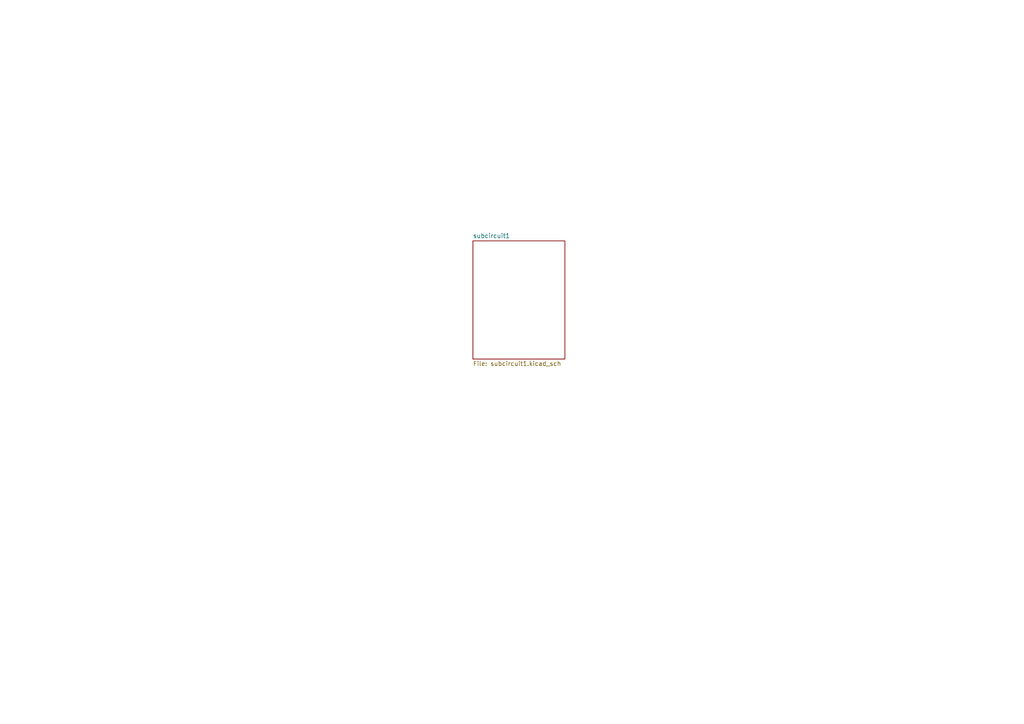
<source format=kicad_sch>
(kicad_sch
	(version 20250114)
	(generator "eeschema")
	(generator_version "9.0")
	(uuid "bfabd21f-2733-4953-b034-506cb9fdf9ab")
	(paper "A4")
	(lib_symbols)
	(sheet
		(at 137.16 69.85)
		(size 26.67 34.29)
		(exclude_from_sim no)
		(in_bom yes)
		(on_board yes)
		(dnp no)
		(fields_autoplaced yes)
		(stroke
			(width 0.1524)
			(type solid)
		)
		(fill
			(color 0 0 0 0.0000)
		)
		(uuid "0c5266be-4fa5-460f-9a2f-0ee59ba7fd90")
		(property "Sheetname" "subcircuit1"
			(at 137.16 69.1384 0)
			(effects
				(font
					(size 1.27 1.27)
				)
				(justify left bottom)
			)
		)
		(property "Sheetfile" "subcircuit1.kicad_sch"
			(at 137.16 104.7246 0)
			(effects
				(font
					(size 1.27 1.27)
				)
				(justify left top)
			)
		)
		(instances
			(project "single_hierarchical_sheet"
				(path "/bfabd21f-2733-4953-b034-506cb9fdf9ab"
					(page "2")
				)
			)
		)
	)
	(sheet_instances
		(path "/"
			(page "1")
		)
	)
	(embedded_fonts no)
)

</source>
